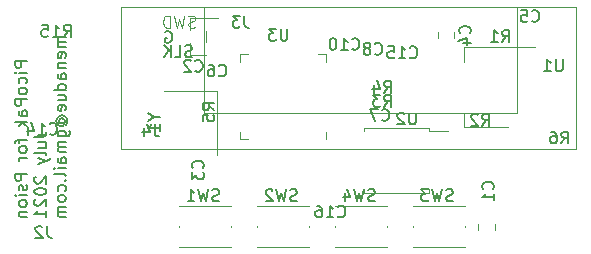
<source format=gbr>
G04 #@! TF.GenerationSoftware,KiCad,Pcbnew,5.1.5+dfsg1-2build2*
G04 #@! TF.CreationDate,2021-07-26T09:56:11+01:00*
G04 #@! TF.ProjectId,picopak,7069636f-7061-46b2-9e6b-696361645f70,rev?*
G04 #@! TF.SameCoordinates,Original*
G04 #@! TF.FileFunction,Legend,Bot*
G04 #@! TF.FilePolarity,Positive*
%FSLAX46Y46*%
G04 Gerber Fmt 4.6, Leading zero omitted, Abs format (unit mm)*
G04 Created by KiCad (PCBNEW 5.1.5+dfsg1-2build2) date 2021-07-26 09:56:11*
%MOMM*%
%LPD*%
G04 APERTURE LIST*
%ADD10C,0.150000*%
%ADD11C,0.100000*%
%ADD12C,0.120000*%
G04 APERTURE END LIST*
D10*
X163302380Y-73773928D02*
X162302380Y-73773928D01*
X162302380Y-74154880D01*
X162350000Y-74250119D01*
X162397619Y-74297738D01*
X162492857Y-74345357D01*
X162635714Y-74345357D01*
X162730952Y-74297738D01*
X162778571Y-74250119D01*
X162826190Y-74154880D01*
X162826190Y-73773928D01*
X163302380Y-74773928D02*
X162635714Y-74773928D01*
X162302380Y-74773928D02*
X162350000Y-74726309D01*
X162397619Y-74773928D01*
X162350000Y-74821547D01*
X162302380Y-74773928D01*
X162397619Y-74773928D01*
X163254761Y-75678690D02*
X163302380Y-75583452D01*
X163302380Y-75392976D01*
X163254761Y-75297738D01*
X163207142Y-75250119D01*
X163111904Y-75202500D01*
X162826190Y-75202500D01*
X162730952Y-75250119D01*
X162683333Y-75297738D01*
X162635714Y-75392976D01*
X162635714Y-75583452D01*
X162683333Y-75678690D01*
X163302380Y-76250119D02*
X163254761Y-76154880D01*
X163207142Y-76107261D01*
X163111904Y-76059642D01*
X162826190Y-76059642D01*
X162730952Y-76107261D01*
X162683333Y-76154880D01*
X162635714Y-76250119D01*
X162635714Y-76392976D01*
X162683333Y-76488214D01*
X162730952Y-76535833D01*
X162826190Y-76583452D01*
X163111904Y-76583452D01*
X163207142Y-76535833D01*
X163254761Y-76488214D01*
X163302380Y-76392976D01*
X163302380Y-76250119D01*
X163302380Y-77012023D02*
X162302380Y-77012023D01*
X162302380Y-77392976D01*
X162350000Y-77488214D01*
X162397619Y-77535833D01*
X162492857Y-77583452D01*
X162635714Y-77583452D01*
X162730952Y-77535833D01*
X162778571Y-77488214D01*
X162826190Y-77392976D01*
X162826190Y-77012023D01*
X163302380Y-78440595D02*
X162778571Y-78440595D01*
X162683333Y-78392976D01*
X162635714Y-78297738D01*
X162635714Y-78107261D01*
X162683333Y-78012023D01*
X163254761Y-78440595D02*
X163302380Y-78345357D01*
X163302380Y-78107261D01*
X163254761Y-78012023D01*
X163159523Y-77964404D01*
X163064285Y-77964404D01*
X162969047Y-78012023D01*
X162921428Y-78107261D01*
X162921428Y-78345357D01*
X162873809Y-78440595D01*
X163302380Y-78916785D02*
X162302380Y-78916785D01*
X162921428Y-79012023D02*
X163302380Y-79297738D01*
X162635714Y-79297738D02*
X163016666Y-78916785D01*
X162635714Y-80345357D02*
X162635714Y-80726309D01*
X163302380Y-80488214D02*
X162445238Y-80488214D01*
X162350000Y-80535833D01*
X162302380Y-80631071D01*
X162302380Y-80726309D01*
X163302380Y-81202500D02*
X163254761Y-81107261D01*
X163207142Y-81059642D01*
X163111904Y-81012023D01*
X162826190Y-81012023D01*
X162730952Y-81059642D01*
X162683333Y-81107261D01*
X162635714Y-81202500D01*
X162635714Y-81345357D01*
X162683333Y-81440595D01*
X162730952Y-81488214D01*
X162826190Y-81535833D01*
X163111904Y-81535833D01*
X163207142Y-81488214D01*
X163254761Y-81440595D01*
X163302380Y-81345357D01*
X163302380Y-81202500D01*
X163302380Y-81964404D02*
X162635714Y-81964404D01*
X162826190Y-81964404D02*
X162730952Y-82012023D01*
X162683333Y-82059642D01*
X162635714Y-82154880D01*
X162635714Y-82250119D01*
X163302380Y-83345357D02*
X162302380Y-83345357D01*
X162302380Y-83726309D01*
X162350000Y-83821547D01*
X162397619Y-83869166D01*
X162492857Y-83916785D01*
X162635714Y-83916785D01*
X162730952Y-83869166D01*
X162778571Y-83821547D01*
X162826190Y-83726309D01*
X162826190Y-83345357D01*
X163254761Y-84297738D02*
X163302380Y-84392976D01*
X163302380Y-84583452D01*
X163254761Y-84678690D01*
X163159523Y-84726309D01*
X163111904Y-84726309D01*
X163016666Y-84678690D01*
X162969047Y-84583452D01*
X162969047Y-84440595D01*
X162921428Y-84345357D01*
X162826190Y-84297738D01*
X162778571Y-84297738D01*
X162683333Y-84345357D01*
X162635714Y-84440595D01*
X162635714Y-84583452D01*
X162683333Y-84678690D01*
X163302380Y-85154880D02*
X162635714Y-85154880D01*
X162302380Y-85154880D02*
X162350000Y-85107261D01*
X162397619Y-85154880D01*
X162350000Y-85202500D01*
X162302380Y-85154880D01*
X162397619Y-85154880D01*
X163302380Y-85773928D02*
X163254761Y-85678690D01*
X163207142Y-85631071D01*
X163111904Y-85583452D01*
X162826190Y-85583452D01*
X162730952Y-85631071D01*
X162683333Y-85678690D01*
X162635714Y-85773928D01*
X162635714Y-85916785D01*
X162683333Y-86012023D01*
X162730952Y-86059642D01*
X162826190Y-86107261D01*
X163111904Y-86107261D01*
X163207142Y-86059642D01*
X163254761Y-86012023D01*
X163302380Y-85916785D01*
X163302380Y-85773928D01*
X162635714Y-86535833D02*
X163302380Y-86535833D01*
X162730952Y-86535833D02*
X162683333Y-86583452D01*
X162635714Y-86678690D01*
X162635714Y-86821547D01*
X162683333Y-86916785D01*
X162778571Y-86964404D01*
X163302380Y-86964404D01*
X163952380Y-80202500D02*
X164666666Y-80202500D01*
X164809523Y-80154880D01*
X164904761Y-80059642D01*
X164952380Y-79916785D01*
X164952380Y-79821547D01*
X164285714Y-81107261D02*
X164952380Y-81107261D01*
X164285714Y-80678690D02*
X164809523Y-80678690D01*
X164904761Y-80726309D01*
X164952380Y-80821547D01*
X164952380Y-80964404D01*
X164904761Y-81059642D01*
X164857142Y-81107261D01*
X164952380Y-81726309D02*
X164904761Y-81631071D01*
X164809523Y-81583452D01*
X163952380Y-81583452D01*
X164285714Y-82012023D02*
X164952380Y-82250119D01*
X164285714Y-82488214D02*
X164952380Y-82250119D01*
X165190476Y-82154880D01*
X165238095Y-82107261D01*
X165285714Y-82012023D01*
X164047619Y-83583452D02*
X164000000Y-83631071D01*
X163952380Y-83726309D01*
X163952380Y-83964404D01*
X164000000Y-84059642D01*
X164047619Y-84107261D01*
X164142857Y-84154880D01*
X164238095Y-84154880D01*
X164380952Y-84107261D01*
X164952380Y-83535833D01*
X164952380Y-84154880D01*
X163952380Y-84773928D02*
X163952380Y-84869166D01*
X164000000Y-84964404D01*
X164047619Y-85012023D01*
X164142857Y-85059642D01*
X164333333Y-85107261D01*
X164571428Y-85107261D01*
X164761904Y-85059642D01*
X164857142Y-85012023D01*
X164904761Y-84964404D01*
X164952380Y-84869166D01*
X164952380Y-84773928D01*
X164904761Y-84678690D01*
X164857142Y-84631071D01*
X164761904Y-84583452D01*
X164571428Y-84535833D01*
X164333333Y-84535833D01*
X164142857Y-84583452D01*
X164047619Y-84631071D01*
X164000000Y-84678690D01*
X163952380Y-84773928D01*
X164047619Y-85488214D02*
X164000000Y-85535833D01*
X163952380Y-85631071D01*
X163952380Y-85869166D01*
X164000000Y-85964404D01*
X164047619Y-86012023D01*
X164142857Y-86059642D01*
X164238095Y-86059642D01*
X164380952Y-86012023D01*
X164952380Y-85440595D01*
X164952380Y-86059642D01*
X164952380Y-87012023D02*
X164952380Y-86440595D01*
X164952380Y-86726309D02*
X163952380Y-86726309D01*
X164095238Y-86631071D01*
X164190476Y-86535833D01*
X164238095Y-86440595D01*
X166602380Y-71773928D02*
X165935714Y-71773928D01*
X166030952Y-71773928D02*
X165983333Y-71821547D01*
X165935714Y-71916785D01*
X165935714Y-72059642D01*
X165983333Y-72154880D01*
X166078571Y-72202500D01*
X166602380Y-72202500D01*
X166078571Y-72202500D02*
X165983333Y-72250119D01*
X165935714Y-72345357D01*
X165935714Y-72488214D01*
X165983333Y-72583452D01*
X166078571Y-72631071D01*
X166602380Y-72631071D01*
X166554761Y-73488214D02*
X166602380Y-73392976D01*
X166602380Y-73202500D01*
X166554761Y-73107261D01*
X166459523Y-73059642D01*
X166078571Y-73059642D01*
X165983333Y-73107261D01*
X165935714Y-73202500D01*
X165935714Y-73392976D01*
X165983333Y-73488214D01*
X166078571Y-73535833D01*
X166173809Y-73535833D01*
X166269047Y-73059642D01*
X165935714Y-73964404D02*
X166602380Y-73964404D01*
X166030952Y-73964404D02*
X165983333Y-74012023D01*
X165935714Y-74107261D01*
X165935714Y-74250119D01*
X165983333Y-74345357D01*
X166078571Y-74392976D01*
X166602380Y-74392976D01*
X166602380Y-75297738D02*
X166078571Y-75297738D01*
X165983333Y-75250119D01*
X165935714Y-75154880D01*
X165935714Y-74964404D01*
X165983333Y-74869166D01*
X166554761Y-75297738D02*
X166602380Y-75202500D01*
X166602380Y-74964404D01*
X166554761Y-74869166D01*
X166459523Y-74821547D01*
X166364285Y-74821547D01*
X166269047Y-74869166D01*
X166221428Y-74964404D01*
X166221428Y-75202500D01*
X166173809Y-75297738D01*
X166602380Y-76202500D02*
X165602380Y-76202500D01*
X166554761Y-76202500D02*
X166602380Y-76107261D01*
X166602380Y-75916785D01*
X166554761Y-75821547D01*
X166507142Y-75773928D01*
X166411904Y-75726309D01*
X166126190Y-75726309D01*
X166030952Y-75773928D01*
X165983333Y-75821547D01*
X165935714Y-75916785D01*
X165935714Y-76107261D01*
X165983333Y-76202500D01*
X165935714Y-77107261D02*
X166602380Y-77107261D01*
X165935714Y-76678690D02*
X166459523Y-76678690D01*
X166554761Y-76726309D01*
X166602380Y-76821547D01*
X166602380Y-76964404D01*
X166554761Y-77059642D01*
X166507142Y-77107261D01*
X166554761Y-77964404D02*
X166602380Y-77869166D01*
X166602380Y-77678690D01*
X166554761Y-77583452D01*
X166459523Y-77535833D01*
X166078571Y-77535833D01*
X165983333Y-77583452D01*
X165935714Y-77678690D01*
X165935714Y-77869166D01*
X165983333Y-77964404D01*
X166078571Y-78012023D01*
X166173809Y-78012023D01*
X166269047Y-77535833D01*
X166126190Y-79059642D02*
X166078571Y-79012023D01*
X166030952Y-78916785D01*
X166030952Y-78821547D01*
X166078571Y-78726309D01*
X166126190Y-78678690D01*
X166221428Y-78631071D01*
X166316666Y-78631071D01*
X166411904Y-78678690D01*
X166459523Y-78726309D01*
X166507142Y-78821547D01*
X166507142Y-78916785D01*
X166459523Y-79012023D01*
X166411904Y-79059642D01*
X166030952Y-79059642D02*
X166411904Y-79059642D01*
X166459523Y-79107261D01*
X166459523Y-79154880D01*
X166411904Y-79250119D01*
X166316666Y-79297738D01*
X166078571Y-79297738D01*
X165935714Y-79202500D01*
X165840476Y-79059642D01*
X165792857Y-78869166D01*
X165840476Y-78678690D01*
X165935714Y-78535833D01*
X166078571Y-78440595D01*
X166269047Y-78392976D01*
X166459523Y-78440595D01*
X166602380Y-78535833D01*
X166697619Y-78678690D01*
X166745238Y-78869166D01*
X166697619Y-79059642D01*
X166602380Y-79202500D01*
X165935714Y-80154880D02*
X166745238Y-80154880D01*
X166840476Y-80107261D01*
X166888095Y-80059642D01*
X166935714Y-79964404D01*
X166935714Y-79821547D01*
X166888095Y-79726309D01*
X166554761Y-80154880D02*
X166602380Y-80059642D01*
X166602380Y-79869166D01*
X166554761Y-79773928D01*
X166507142Y-79726309D01*
X166411904Y-79678690D01*
X166126190Y-79678690D01*
X166030952Y-79726309D01*
X165983333Y-79773928D01*
X165935714Y-79869166D01*
X165935714Y-80059642D01*
X165983333Y-80154880D01*
X166602380Y-80631071D02*
X165935714Y-80631071D01*
X166030952Y-80631071D02*
X165983333Y-80678690D01*
X165935714Y-80773928D01*
X165935714Y-80916785D01*
X165983333Y-81012023D01*
X166078571Y-81059642D01*
X166602380Y-81059642D01*
X166078571Y-81059642D02*
X165983333Y-81107261D01*
X165935714Y-81202500D01*
X165935714Y-81345357D01*
X165983333Y-81440595D01*
X166078571Y-81488214D01*
X166602380Y-81488214D01*
X166602380Y-82392976D02*
X166078571Y-82392976D01*
X165983333Y-82345357D01*
X165935714Y-82250119D01*
X165935714Y-82059642D01*
X165983333Y-81964404D01*
X166554761Y-82392976D02*
X166602380Y-82297738D01*
X166602380Y-82059642D01*
X166554761Y-81964404D01*
X166459523Y-81916785D01*
X166364285Y-81916785D01*
X166269047Y-81964404D01*
X166221428Y-82059642D01*
X166221428Y-82297738D01*
X166173809Y-82392976D01*
X166602380Y-82869166D02*
X165935714Y-82869166D01*
X165602380Y-82869166D02*
X165650000Y-82821547D01*
X165697619Y-82869166D01*
X165650000Y-82916785D01*
X165602380Y-82869166D01*
X165697619Y-82869166D01*
X166602380Y-83488214D02*
X166554761Y-83392976D01*
X166459523Y-83345357D01*
X165602380Y-83345357D01*
X166507142Y-83869166D02*
X166554761Y-83916785D01*
X166602380Y-83869166D01*
X166554761Y-83821547D01*
X166507142Y-83869166D01*
X166602380Y-83869166D01*
X166554761Y-84773928D02*
X166602380Y-84678690D01*
X166602380Y-84488214D01*
X166554761Y-84392976D01*
X166507142Y-84345357D01*
X166411904Y-84297738D01*
X166126190Y-84297738D01*
X166030952Y-84345357D01*
X165983333Y-84392976D01*
X165935714Y-84488214D01*
X165935714Y-84678690D01*
X165983333Y-84773928D01*
X166602380Y-85345357D02*
X166554761Y-85250119D01*
X166507142Y-85202500D01*
X166411904Y-85154880D01*
X166126190Y-85154880D01*
X166030952Y-85202500D01*
X165983333Y-85250119D01*
X165935714Y-85345357D01*
X165935714Y-85488214D01*
X165983333Y-85583452D01*
X166030952Y-85631071D01*
X166126190Y-85678690D01*
X166411904Y-85678690D01*
X166507142Y-85631071D01*
X166554761Y-85583452D01*
X166602380Y-85488214D01*
X166602380Y-85345357D01*
X166602380Y-86107261D02*
X165935714Y-86107261D01*
X166030952Y-86107261D02*
X165983333Y-86154880D01*
X165935714Y-86250119D01*
X165935714Y-86392976D01*
X165983333Y-86488214D01*
X166078571Y-86535833D01*
X166602380Y-86535833D01*
X166078571Y-86535833D02*
X165983333Y-86583452D01*
X165935714Y-86678690D01*
X165935714Y-86821547D01*
X165983333Y-86916785D01*
X166078571Y-86964404D01*
X166602380Y-86964404D01*
X177290476Y-73404761D02*
X177147619Y-73452380D01*
X176909523Y-73452380D01*
X176814285Y-73404761D01*
X176766666Y-73357142D01*
X176719047Y-73261904D01*
X176719047Y-73166666D01*
X176766666Y-73071428D01*
X176814285Y-73023809D01*
X176909523Y-72976190D01*
X177100000Y-72928571D01*
X177195238Y-72880952D01*
X177242857Y-72833333D01*
X177290476Y-72738095D01*
X177290476Y-72642857D01*
X177242857Y-72547619D01*
X177195238Y-72500000D01*
X177100000Y-72452380D01*
X176861904Y-72452380D01*
X176719047Y-72500000D01*
X175814285Y-73452380D02*
X176290476Y-73452380D01*
X176290476Y-72452380D01*
X175480952Y-73452380D02*
X175480952Y-72452380D01*
X174909523Y-73452380D02*
X175338095Y-72880952D01*
X174909523Y-72452380D02*
X175480952Y-73023809D01*
X175038095Y-71300000D02*
X175133333Y-71252380D01*
X175276190Y-71252380D01*
X175419047Y-71300000D01*
X175514285Y-71395238D01*
X175561904Y-71490476D01*
X175609523Y-71680952D01*
X175609523Y-71823809D01*
X175561904Y-72014285D01*
X175514285Y-72109523D01*
X175419047Y-72204761D01*
X175276190Y-72252380D01*
X175180952Y-72252380D01*
X175038095Y-72204761D01*
X174990476Y-72157142D01*
X174990476Y-71823809D01*
X175180952Y-71823809D01*
D11*
X177557142Y-70904761D02*
X177414285Y-70952380D01*
X177176190Y-70952380D01*
X177080952Y-70904761D01*
X177033333Y-70857142D01*
X176985714Y-70761904D01*
X176985714Y-70666666D01*
X177033333Y-70571428D01*
X177080952Y-70523809D01*
X177176190Y-70476190D01*
X177366666Y-70428571D01*
X177461904Y-70380952D01*
X177509523Y-70333333D01*
X177557142Y-70238095D01*
X177557142Y-70142857D01*
X177509523Y-70047619D01*
X177461904Y-70000000D01*
X177366666Y-69952380D01*
X177128571Y-69952380D01*
X176985714Y-70000000D01*
X176652380Y-69952380D02*
X176414285Y-70952380D01*
X176223809Y-70238095D01*
X176033333Y-70952380D01*
X175795238Y-69952380D01*
X175414285Y-70952380D02*
X175414285Y-69952380D01*
X175176190Y-69952380D01*
X175033333Y-70000000D01*
X174938095Y-70095238D01*
X174890476Y-70190476D01*
X174842857Y-70380952D01*
X174842857Y-70523809D01*
X174890476Y-70714285D01*
X174938095Y-70809523D01*
X175033333Y-70904761D01*
X175176190Y-70952380D01*
X175414285Y-70952380D01*
D12*
X188610000Y-73840000D02*
X188610000Y-73190000D01*
X188610000Y-73190000D02*
X187960000Y-73190000D01*
X181390000Y-79760000D02*
X181390000Y-80410000D01*
X181390000Y-80410000D02*
X182040000Y-80410000D01*
X181390000Y-73840000D02*
X181390000Y-73190000D01*
X181390000Y-73190000D02*
X182040000Y-73190000D01*
X188610000Y-79760000D02*
X188610000Y-80410000D01*
X179400000Y-76300000D02*
X179400000Y-81700000D01*
X174900000Y-76300000D02*
X179400000Y-76300000D01*
X204800000Y-69200000D02*
X204800000Y-69700000D01*
X209800000Y-69200000D02*
X204800000Y-69200000D01*
X178300000Y-69200000D02*
X178300000Y-78200000D01*
X204800000Y-69200000D02*
X178300000Y-69200000D01*
X204800000Y-78200000D02*
X204800000Y-69200000D01*
X178300000Y-78200000D02*
X204800000Y-78200000D01*
X171300000Y-81200000D02*
X209800000Y-81200000D01*
X171300000Y-69200000D02*
X171300000Y-81200000D01*
X209800000Y-69200000D02*
X171300000Y-69200000D01*
X209800000Y-81200000D02*
X209800000Y-69200000D01*
X193800000Y-87850000D02*
X193800000Y-87750000D01*
X189400000Y-86050000D02*
X193800000Y-86050000D01*
X193800000Y-89550000D02*
X189400000Y-89550000D01*
X189400000Y-87850000D02*
X189400000Y-87750000D01*
X200400000Y-87850000D02*
X200400000Y-87750000D01*
X196000000Y-86050000D02*
X200400000Y-86050000D01*
X200400000Y-89550000D02*
X196000000Y-89550000D01*
X196000000Y-87850000D02*
X196000000Y-87750000D01*
X187200000Y-87850000D02*
X187200000Y-87750000D01*
X182800000Y-86050000D02*
X187200000Y-86050000D01*
X187200000Y-89550000D02*
X182800000Y-89550000D01*
X182800000Y-87850000D02*
X182800000Y-87750000D01*
X180600000Y-87850000D02*
X180600000Y-87750000D01*
X176200000Y-86050000D02*
X180600000Y-86050000D01*
X180600000Y-89550000D02*
X176200000Y-89550000D01*
X176200000Y-87850000D02*
X176200000Y-87750000D01*
X178495000Y-71260000D02*
X178495000Y-72140000D01*
X177105000Y-72260000D02*
X177105000Y-73260000D01*
X177105000Y-70140000D02*
X177105000Y-71140000D01*
X177105000Y-73260000D02*
X177105000Y-73260000D01*
X178495000Y-70140000D02*
X178495000Y-70140000D01*
X178495000Y-70140000D02*
X179490000Y-70140000D01*
X178495000Y-73260000D02*
X177105000Y-73260000D01*
X178495000Y-70140000D02*
X177105000Y-70140000D01*
X197325000Y-79735000D02*
X199000000Y-79735000D01*
X197325000Y-79475000D02*
X197325000Y-79735000D01*
X194600000Y-79475000D02*
X197325000Y-79475000D01*
X191875000Y-79475000D02*
X191875000Y-79735000D01*
X194600000Y-79475000D02*
X191875000Y-79475000D01*
X197325000Y-84925000D02*
X197325000Y-84665000D01*
X194600000Y-84925000D02*
X197325000Y-84925000D01*
X191875000Y-84925000D02*
X191875000Y-84665000D01*
X194600000Y-84925000D02*
X191875000Y-84925000D01*
X206300000Y-72590000D02*
X200290000Y-72590000D01*
X204050000Y-79410000D02*
X200290000Y-79410000D01*
X200290000Y-72590000D02*
X200290000Y-73850000D01*
X200290000Y-79410000D02*
X200290000Y-78150000D01*
X198090000Y-71858578D02*
X198090000Y-71341422D01*
X199510000Y-71858578D02*
X199510000Y-71341422D01*
X202910000Y-87541422D02*
X202910000Y-88058578D01*
X201490000Y-87541422D02*
X201490000Y-88058578D01*
D10*
X208566666Y-80752380D02*
X208900000Y-80276190D01*
X209138095Y-80752380D02*
X209138095Y-79752380D01*
X208757142Y-79752380D01*
X208661904Y-79800000D01*
X208614285Y-79847619D01*
X208566666Y-79942857D01*
X208566666Y-80085714D01*
X208614285Y-80180952D01*
X208661904Y-80228571D01*
X208757142Y-80276190D01*
X209138095Y-80276190D01*
X207709523Y-79752380D02*
X207900000Y-79752380D01*
X207995238Y-79800000D01*
X208042857Y-79847619D01*
X208138095Y-79990476D01*
X208185714Y-80180952D01*
X208185714Y-80561904D01*
X208138095Y-80657142D01*
X208090476Y-80704761D01*
X207995238Y-80752380D01*
X207804761Y-80752380D01*
X207709523Y-80704761D01*
X207661904Y-80657142D01*
X207614285Y-80561904D01*
X207614285Y-80323809D01*
X207661904Y-80228571D01*
X207709523Y-80180952D01*
X207804761Y-80133333D01*
X207995238Y-80133333D01*
X208090476Y-80180952D01*
X208138095Y-80228571D01*
X208185714Y-80323809D01*
X166442857Y-71722380D02*
X166776190Y-71246190D01*
X167014285Y-71722380D02*
X167014285Y-70722380D01*
X166633333Y-70722380D01*
X166538095Y-70770000D01*
X166490476Y-70817619D01*
X166442857Y-70912857D01*
X166442857Y-71055714D01*
X166490476Y-71150952D01*
X166538095Y-71198571D01*
X166633333Y-71246190D01*
X167014285Y-71246190D01*
X165490476Y-71722380D02*
X166061904Y-71722380D01*
X165776190Y-71722380D02*
X165776190Y-70722380D01*
X165871428Y-70865238D01*
X165966666Y-70960476D01*
X166061904Y-71008095D01*
X164585714Y-70722380D02*
X165061904Y-70722380D01*
X165109523Y-71198571D01*
X165061904Y-71150952D01*
X164966666Y-71103333D01*
X164728571Y-71103333D01*
X164633333Y-71150952D01*
X164585714Y-71198571D01*
X164538095Y-71293809D01*
X164538095Y-71531904D01*
X164585714Y-71627142D01*
X164633333Y-71674761D01*
X164728571Y-71722380D01*
X164966666Y-71722380D01*
X165061904Y-71674761D01*
X165109523Y-71627142D01*
X203566666Y-72152380D02*
X203900000Y-71676190D01*
X204138095Y-72152380D02*
X204138095Y-71152380D01*
X203757142Y-71152380D01*
X203661904Y-71200000D01*
X203614285Y-71247619D01*
X203566666Y-71342857D01*
X203566666Y-71485714D01*
X203614285Y-71580952D01*
X203661904Y-71628571D01*
X203757142Y-71676190D01*
X204138095Y-71676190D01*
X202614285Y-72152380D02*
X203185714Y-72152380D01*
X202900000Y-72152380D02*
X202900000Y-71152380D01*
X202995238Y-71295238D01*
X203090476Y-71390476D01*
X203185714Y-71438095D01*
X185361904Y-71052380D02*
X185361904Y-71861904D01*
X185314285Y-71957142D01*
X185266666Y-72004761D01*
X185171428Y-72052380D01*
X184980952Y-72052380D01*
X184885714Y-72004761D01*
X184838095Y-71957142D01*
X184790476Y-71861904D01*
X184790476Y-71052380D01*
X184409523Y-71052380D02*
X183790476Y-71052380D01*
X184123809Y-71433333D01*
X183980952Y-71433333D01*
X183885714Y-71480952D01*
X183838095Y-71528571D01*
X183790476Y-71623809D01*
X183790476Y-71861904D01*
X183838095Y-71957142D01*
X183885714Y-72004761D01*
X183980952Y-72052380D01*
X184266666Y-72052380D01*
X184361904Y-72004761D01*
X184409523Y-71957142D01*
X174076190Y-78523809D02*
X174552380Y-78523809D01*
X173552380Y-78190476D02*
X174076190Y-78523809D01*
X173552380Y-78857142D01*
X174552380Y-79714285D02*
X174552380Y-79142857D01*
X174552380Y-79428571D02*
X173552380Y-79428571D01*
X173695238Y-79333333D01*
X173790476Y-79238095D01*
X173838095Y-79142857D01*
X174133333Y-79152380D02*
X174133333Y-79866666D01*
X174180952Y-80009523D01*
X174276190Y-80104761D01*
X174419047Y-80152380D01*
X174514285Y-80152380D01*
X173228571Y-79485714D02*
X173228571Y-80152380D01*
X173466666Y-79104761D02*
X173704761Y-79819047D01*
X173085714Y-79819047D01*
X192783333Y-85604761D02*
X192640476Y-85652380D01*
X192402380Y-85652380D01*
X192307142Y-85604761D01*
X192259523Y-85557142D01*
X192211904Y-85461904D01*
X192211904Y-85366666D01*
X192259523Y-85271428D01*
X192307142Y-85223809D01*
X192402380Y-85176190D01*
X192592857Y-85128571D01*
X192688095Y-85080952D01*
X192735714Y-85033333D01*
X192783333Y-84938095D01*
X192783333Y-84842857D01*
X192735714Y-84747619D01*
X192688095Y-84700000D01*
X192592857Y-84652380D01*
X192354761Y-84652380D01*
X192211904Y-84700000D01*
X191878571Y-84652380D02*
X191640476Y-85652380D01*
X191450000Y-84938095D01*
X191259523Y-85652380D01*
X191021428Y-84652380D01*
X190211904Y-84985714D02*
X190211904Y-85652380D01*
X190450000Y-84604761D02*
X190688095Y-85319047D01*
X190069047Y-85319047D01*
X199383333Y-85604761D02*
X199240476Y-85652380D01*
X199002380Y-85652380D01*
X198907142Y-85604761D01*
X198859523Y-85557142D01*
X198811904Y-85461904D01*
X198811904Y-85366666D01*
X198859523Y-85271428D01*
X198907142Y-85223809D01*
X199002380Y-85176190D01*
X199192857Y-85128571D01*
X199288095Y-85080952D01*
X199335714Y-85033333D01*
X199383333Y-84938095D01*
X199383333Y-84842857D01*
X199335714Y-84747619D01*
X199288095Y-84700000D01*
X199192857Y-84652380D01*
X198954761Y-84652380D01*
X198811904Y-84700000D01*
X198478571Y-84652380D02*
X198240476Y-85652380D01*
X198050000Y-84938095D01*
X197859523Y-85652380D01*
X197621428Y-84652380D01*
X197335714Y-84652380D02*
X196716666Y-84652380D01*
X197050000Y-85033333D01*
X196907142Y-85033333D01*
X196811904Y-85080952D01*
X196764285Y-85128571D01*
X196716666Y-85223809D01*
X196716666Y-85461904D01*
X196764285Y-85557142D01*
X196811904Y-85604761D01*
X196907142Y-85652380D01*
X197192857Y-85652380D01*
X197288095Y-85604761D01*
X197335714Y-85557142D01*
X186183333Y-85604761D02*
X186040476Y-85652380D01*
X185802380Y-85652380D01*
X185707142Y-85604761D01*
X185659523Y-85557142D01*
X185611904Y-85461904D01*
X185611904Y-85366666D01*
X185659523Y-85271428D01*
X185707142Y-85223809D01*
X185802380Y-85176190D01*
X185992857Y-85128571D01*
X186088095Y-85080952D01*
X186135714Y-85033333D01*
X186183333Y-84938095D01*
X186183333Y-84842857D01*
X186135714Y-84747619D01*
X186088095Y-84700000D01*
X185992857Y-84652380D01*
X185754761Y-84652380D01*
X185611904Y-84700000D01*
X185278571Y-84652380D02*
X185040476Y-85652380D01*
X184850000Y-84938095D01*
X184659523Y-85652380D01*
X184421428Y-84652380D01*
X184088095Y-84747619D02*
X184040476Y-84700000D01*
X183945238Y-84652380D01*
X183707142Y-84652380D01*
X183611904Y-84700000D01*
X183564285Y-84747619D01*
X183516666Y-84842857D01*
X183516666Y-84938095D01*
X183564285Y-85080952D01*
X184135714Y-85652380D01*
X183516666Y-85652380D01*
X179583333Y-85604761D02*
X179440476Y-85652380D01*
X179202380Y-85652380D01*
X179107142Y-85604761D01*
X179059523Y-85557142D01*
X179011904Y-85461904D01*
X179011904Y-85366666D01*
X179059523Y-85271428D01*
X179107142Y-85223809D01*
X179202380Y-85176190D01*
X179392857Y-85128571D01*
X179488095Y-85080952D01*
X179535714Y-85033333D01*
X179583333Y-84938095D01*
X179583333Y-84842857D01*
X179535714Y-84747619D01*
X179488095Y-84700000D01*
X179392857Y-84652380D01*
X179154761Y-84652380D01*
X179011904Y-84700000D01*
X178678571Y-84652380D02*
X178440476Y-85652380D01*
X178250000Y-84938095D01*
X178059523Y-85652380D01*
X177821428Y-84652380D01*
X176916666Y-85652380D02*
X177488095Y-85652380D01*
X177202380Y-85652380D02*
X177202380Y-84652380D01*
X177297619Y-84795238D01*
X177392857Y-84890476D01*
X177488095Y-84938095D01*
X165033333Y-87752380D02*
X165033333Y-88466666D01*
X165080952Y-88609523D01*
X165176190Y-88704761D01*
X165319047Y-88752380D01*
X165414285Y-88752380D01*
X164604761Y-87847619D02*
X164557142Y-87800000D01*
X164461904Y-87752380D01*
X164223809Y-87752380D01*
X164128571Y-87800000D01*
X164080952Y-87847619D01*
X164033333Y-87942857D01*
X164033333Y-88038095D01*
X164080952Y-88180952D01*
X164652380Y-88752380D01*
X164033333Y-88752380D01*
X181733333Y-69952380D02*
X181733333Y-70666666D01*
X181780952Y-70809523D01*
X181876190Y-70904761D01*
X182019047Y-70952380D01*
X182114285Y-70952380D01*
X181352380Y-69952380D02*
X180733333Y-69952380D01*
X181066666Y-70333333D01*
X180923809Y-70333333D01*
X180828571Y-70380952D01*
X180780952Y-70428571D01*
X180733333Y-70523809D01*
X180733333Y-70761904D01*
X180780952Y-70857142D01*
X180828571Y-70904761D01*
X180923809Y-70952380D01*
X181209523Y-70952380D01*
X181304761Y-70904761D01*
X181352380Y-70857142D01*
X196261904Y-78152380D02*
X196261904Y-78961904D01*
X196214285Y-79057142D01*
X196166666Y-79104761D01*
X196071428Y-79152380D01*
X195880952Y-79152380D01*
X195785714Y-79104761D01*
X195738095Y-79057142D01*
X195690476Y-78961904D01*
X195690476Y-78152380D01*
X195261904Y-78247619D02*
X195214285Y-78200000D01*
X195119047Y-78152380D01*
X194880952Y-78152380D01*
X194785714Y-78200000D01*
X194738095Y-78247619D01*
X194690476Y-78342857D01*
X194690476Y-78438095D01*
X194738095Y-78580952D01*
X195309523Y-79152380D01*
X194690476Y-79152380D01*
X208661904Y-73652380D02*
X208661904Y-74461904D01*
X208614285Y-74557142D01*
X208566666Y-74604761D01*
X208471428Y-74652380D01*
X208280952Y-74652380D01*
X208185714Y-74604761D01*
X208138095Y-74557142D01*
X208090476Y-74461904D01*
X208090476Y-73652380D01*
X207090476Y-74652380D02*
X207661904Y-74652380D01*
X207376190Y-74652380D02*
X207376190Y-73652380D01*
X207471428Y-73795238D01*
X207566666Y-73890476D01*
X207661904Y-73938095D01*
X179182380Y-77948333D02*
X178706190Y-77615000D01*
X179182380Y-77376904D02*
X178182380Y-77376904D01*
X178182380Y-77757857D01*
X178230000Y-77853095D01*
X178277619Y-77900714D01*
X178372857Y-77948333D01*
X178515714Y-77948333D01*
X178610952Y-77900714D01*
X178658571Y-77853095D01*
X178706190Y-77757857D01*
X178706190Y-77376904D01*
X178182380Y-78853095D02*
X178182380Y-78376904D01*
X178658571Y-78329285D01*
X178610952Y-78376904D01*
X178563333Y-78472142D01*
X178563333Y-78710238D01*
X178610952Y-78805476D01*
X178658571Y-78853095D01*
X178753809Y-78900714D01*
X178991904Y-78900714D01*
X179087142Y-78853095D01*
X179134761Y-78805476D01*
X179182380Y-78710238D01*
X179182380Y-78472142D01*
X179134761Y-78376904D01*
X179087142Y-78329285D01*
X193566666Y-76452380D02*
X193900000Y-75976190D01*
X194138095Y-76452380D02*
X194138095Y-75452380D01*
X193757142Y-75452380D01*
X193661904Y-75500000D01*
X193614285Y-75547619D01*
X193566666Y-75642857D01*
X193566666Y-75785714D01*
X193614285Y-75880952D01*
X193661904Y-75928571D01*
X193757142Y-75976190D01*
X194138095Y-75976190D01*
X192709523Y-75785714D02*
X192709523Y-76452380D01*
X192947619Y-75404761D02*
X193185714Y-76119047D01*
X192566666Y-76119047D01*
X193566666Y-77652380D02*
X193900000Y-77176190D01*
X194138095Y-77652380D02*
X194138095Y-76652380D01*
X193757142Y-76652380D01*
X193661904Y-76700000D01*
X193614285Y-76747619D01*
X193566666Y-76842857D01*
X193566666Y-76985714D01*
X193614285Y-77080952D01*
X193661904Y-77128571D01*
X193757142Y-77176190D01*
X194138095Y-77176190D01*
X193233333Y-76652380D02*
X192614285Y-76652380D01*
X192947619Y-77033333D01*
X192804761Y-77033333D01*
X192709523Y-77080952D01*
X192661904Y-77128571D01*
X192614285Y-77223809D01*
X192614285Y-77461904D01*
X192661904Y-77557142D01*
X192709523Y-77604761D01*
X192804761Y-77652380D01*
X193090476Y-77652380D01*
X193185714Y-77604761D01*
X193233333Y-77557142D01*
X201866666Y-79252380D02*
X202200000Y-78776190D01*
X202438095Y-79252380D02*
X202438095Y-78252380D01*
X202057142Y-78252380D01*
X201961904Y-78300000D01*
X201914285Y-78347619D01*
X201866666Y-78442857D01*
X201866666Y-78585714D01*
X201914285Y-78680952D01*
X201961904Y-78728571D01*
X202057142Y-78776190D01*
X202438095Y-78776190D01*
X201485714Y-78347619D02*
X201438095Y-78300000D01*
X201342857Y-78252380D01*
X201104761Y-78252380D01*
X201009523Y-78300000D01*
X200961904Y-78347619D01*
X200914285Y-78442857D01*
X200914285Y-78538095D01*
X200961904Y-78680952D01*
X201533333Y-79252380D01*
X200914285Y-79252380D01*
X189642857Y-86927142D02*
X189690476Y-86974761D01*
X189833333Y-87022380D01*
X189928571Y-87022380D01*
X190071428Y-86974761D01*
X190166666Y-86879523D01*
X190214285Y-86784285D01*
X190261904Y-86593809D01*
X190261904Y-86450952D01*
X190214285Y-86260476D01*
X190166666Y-86165238D01*
X190071428Y-86070000D01*
X189928571Y-86022380D01*
X189833333Y-86022380D01*
X189690476Y-86070000D01*
X189642857Y-86117619D01*
X188690476Y-87022380D02*
X189261904Y-87022380D01*
X188976190Y-87022380D02*
X188976190Y-86022380D01*
X189071428Y-86165238D01*
X189166666Y-86260476D01*
X189261904Y-86308095D01*
X187833333Y-86022380D02*
X188023809Y-86022380D01*
X188119047Y-86070000D01*
X188166666Y-86117619D01*
X188261904Y-86260476D01*
X188309523Y-86450952D01*
X188309523Y-86831904D01*
X188261904Y-86927142D01*
X188214285Y-86974761D01*
X188119047Y-87022380D01*
X187928571Y-87022380D01*
X187833333Y-86974761D01*
X187785714Y-86927142D01*
X187738095Y-86831904D01*
X187738095Y-86593809D01*
X187785714Y-86498571D01*
X187833333Y-86450952D01*
X187928571Y-86403333D01*
X188119047Y-86403333D01*
X188214285Y-86450952D01*
X188261904Y-86498571D01*
X188309523Y-86593809D01*
X195742857Y-73457142D02*
X195790476Y-73504761D01*
X195933333Y-73552380D01*
X196028571Y-73552380D01*
X196171428Y-73504761D01*
X196266666Y-73409523D01*
X196314285Y-73314285D01*
X196361904Y-73123809D01*
X196361904Y-72980952D01*
X196314285Y-72790476D01*
X196266666Y-72695238D01*
X196171428Y-72600000D01*
X196028571Y-72552380D01*
X195933333Y-72552380D01*
X195790476Y-72600000D01*
X195742857Y-72647619D01*
X194790476Y-73552380D02*
X195361904Y-73552380D01*
X195076190Y-73552380D02*
X195076190Y-72552380D01*
X195171428Y-72695238D01*
X195266666Y-72790476D01*
X195361904Y-72838095D01*
X193885714Y-72552380D02*
X194361904Y-72552380D01*
X194409523Y-73028571D01*
X194361904Y-72980952D01*
X194266666Y-72933333D01*
X194028571Y-72933333D01*
X193933333Y-72980952D01*
X193885714Y-73028571D01*
X193838095Y-73123809D01*
X193838095Y-73361904D01*
X193885714Y-73457142D01*
X193933333Y-73504761D01*
X194028571Y-73552380D01*
X194266666Y-73552380D01*
X194361904Y-73504761D01*
X194409523Y-73457142D01*
X165242857Y-79927142D02*
X165290476Y-79974761D01*
X165433333Y-80022380D01*
X165528571Y-80022380D01*
X165671428Y-79974761D01*
X165766666Y-79879523D01*
X165814285Y-79784285D01*
X165861904Y-79593809D01*
X165861904Y-79450952D01*
X165814285Y-79260476D01*
X165766666Y-79165238D01*
X165671428Y-79070000D01*
X165528571Y-79022380D01*
X165433333Y-79022380D01*
X165290476Y-79070000D01*
X165242857Y-79117619D01*
X164290476Y-80022380D02*
X164861904Y-80022380D01*
X164576190Y-80022380D02*
X164576190Y-79022380D01*
X164671428Y-79165238D01*
X164766666Y-79260476D01*
X164861904Y-79308095D01*
X163433333Y-79355714D02*
X163433333Y-80022380D01*
X163671428Y-78974761D02*
X163909523Y-79689047D01*
X163290476Y-79689047D01*
X190842857Y-72757142D02*
X190890476Y-72804761D01*
X191033333Y-72852380D01*
X191128571Y-72852380D01*
X191271428Y-72804761D01*
X191366666Y-72709523D01*
X191414285Y-72614285D01*
X191461904Y-72423809D01*
X191461904Y-72280952D01*
X191414285Y-72090476D01*
X191366666Y-71995238D01*
X191271428Y-71900000D01*
X191128571Y-71852380D01*
X191033333Y-71852380D01*
X190890476Y-71900000D01*
X190842857Y-71947619D01*
X189890476Y-72852380D02*
X190461904Y-72852380D01*
X190176190Y-72852380D02*
X190176190Y-71852380D01*
X190271428Y-71995238D01*
X190366666Y-72090476D01*
X190461904Y-72138095D01*
X189271428Y-71852380D02*
X189176190Y-71852380D01*
X189080952Y-71900000D01*
X189033333Y-71947619D01*
X188985714Y-72042857D01*
X188938095Y-72233333D01*
X188938095Y-72471428D01*
X188985714Y-72661904D01*
X189033333Y-72757142D01*
X189080952Y-72804761D01*
X189176190Y-72852380D01*
X189271428Y-72852380D01*
X189366666Y-72804761D01*
X189414285Y-72757142D01*
X189461904Y-72661904D01*
X189509523Y-72471428D01*
X189509523Y-72233333D01*
X189461904Y-72042857D01*
X189414285Y-71947619D01*
X189366666Y-71900000D01*
X189271428Y-71852380D01*
X192766666Y-73157142D02*
X192814285Y-73204761D01*
X192957142Y-73252380D01*
X193052380Y-73252380D01*
X193195238Y-73204761D01*
X193290476Y-73109523D01*
X193338095Y-73014285D01*
X193385714Y-72823809D01*
X193385714Y-72680952D01*
X193338095Y-72490476D01*
X193290476Y-72395238D01*
X193195238Y-72300000D01*
X193052380Y-72252380D01*
X192957142Y-72252380D01*
X192814285Y-72300000D01*
X192766666Y-72347619D01*
X192195238Y-72680952D02*
X192290476Y-72633333D01*
X192338095Y-72585714D01*
X192385714Y-72490476D01*
X192385714Y-72442857D01*
X192338095Y-72347619D01*
X192290476Y-72300000D01*
X192195238Y-72252380D01*
X192004761Y-72252380D01*
X191909523Y-72300000D01*
X191861904Y-72347619D01*
X191814285Y-72442857D01*
X191814285Y-72490476D01*
X191861904Y-72585714D01*
X191909523Y-72633333D01*
X192004761Y-72680952D01*
X192195238Y-72680952D01*
X192290476Y-72728571D01*
X192338095Y-72776190D01*
X192385714Y-72871428D01*
X192385714Y-73061904D01*
X192338095Y-73157142D01*
X192290476Y-73204761D01*
X192195238Y-73252380D01*
X192004761Y-73252380D01*
X191909523Y-73204761D01*
X191861904Y-73157142D01*
X191814285Y-73061904D01*
X191814285Y-72871428D01*
X191861904Y-72776190D01*
X191909523Y-72728571D01*
X192004761Y-72680952D01*
X193366666Y-78757142D02*
X193414285Y-78804761D01*
X193557142Y-78852380D01*
X193652380Y-78852380D01*
X193795238Y-78804761D01*
X193890476Y-78709523D01*
X193938095Y-78614285D01*
X193985714Y-78423809D01*
X193985714Y-78280952D01*
X193938095Y-78090476D01*
X193890476Y-77995238D01*
X193795238Y-77900000D01*
X193652380Y-77852380D01*
X193557142Y-77852380D01*
X193414285Y-77900000D01*
X193366666Y-77947619D01*
X193033333Y-77852380D02*
X192366666Y-77852380D01*
X192795238Y-78852380D01*
X179566666Y-74987142D02*
X179614285Y-75034761D01*
X179757142Y-75082380D01*
X179852380Y-75082380D01*
X179995238Y-75034761D01*
X180090476Y-74939523D01*
X180138095Y-74844285D01*
X180185714Y-74653809D01*
X180185714Y-74510952D01*
X180138095Y-74320476D01*
X180090476Y-74225238D01*
X179995238Y-74130000D01*
X179852380Y-74082380D01*
X179757142Y-74082380D01*
X179614285Y-74130000D01*
X179566666Y-74177619D01*
X178709523Y-74082380D02*
X178900000Y-74082380D01*
X178995238Y-74130000D01*
X179042857Y-74177619D01*
X179138095Y-74320476D01*
X179185714Y-74510952D01*
X179185714Y-74891904D01*
X179138095Y-74987142D01*
X179090476Y-75034761D01*
X178995238Y-75082380D01*
X178804761Y-75082380D01*
X178709523Y-75034761D01*
X178661904Y-74987142D01*
X178614285Y-74891904D01*
X178614285Y-74653809D01*
X178661904Y-74558571D01*
X178709523Y-74510952D01*
X178804761Y-74463333D01*
X178995238Y-74463333D01*
X179090476Y-74510952D01*
X179138095Y-74558571D01*
X179185714Y-74653809D01*
X206066666Y-70387142D02*
X206114285Y-70434761D01*
X206257142Y-70482380D01*
X206352380Y-70482380D01*
X206495238Y-70434761D01*
X206590476Y-70339523D01*
X206638095Y-70244285D01*
X206685714Y-70053809D01*
X206685714Y-69910952D01*
X206638095Y-69720476D01*
X206590476Y-69625238D01*
X206495238Y-69530000D01*
X206352380Y-69482380D01*
X206257142Y-69482380D01*
X206114285Y-69530000D01*
X206066666Y-69577619D01*
X205161904Y-69482380D02*
X205638095Y-69482380D01*
X205685714Y-69958571D01*
X205638095Y-69910952D01*
X205542857Y-69863333D01*
X205304761Y-69863333D01*
X205209523Y-69910952D01*
X205161904Y-69958571D01*
X205114285Y-70053809D01*
X205114285Y-70291904D01*
X205161904Y-70387142D01*
X205209523Y-70434761D01*
X205304761Y-70482380D01*
X205542857Y-70482380D01*
X205638095Y-70434761D01*
X205685714Y-70387142D01*
X200807142Y-71433333D02*
X200854761Y-71385714D01*
X200902380Y-71242857D01*
X200902380Y-71147619D01*
X200854761Y-71004761D01*
X200759523Y-70909523D01*
X200664285Y-70861904D01*
X200473809Y-70814285D01*
X200330952Y-70814285D01*
X200140476Y-70861904D01*
X200045238Y-70909523D01*
X199950000Y-71004761D01*
X199902380Y-71147619D01*
X199902380Y-71242857D01*
X199950000Y-71385714D01*
X199997619Y-71433333D01*
X200235714Y-72290476D02*
X200902380Y-72290476D01*
X199854761Y-72052380D02*
X200569047Y-71814285D01*
X200569047Y-72433333D01*
X178187142Y-82833333D02*
X178234761Y-82785714D01*
X178282380Y-82642857D01*
X178282380Y-82547619D01*
X178234761Y-82404761D01*
X178139523Y-82309523D01*
X178044285Y-82261904D01*
X177853809Y-82214285D01*
X177710952Y-82214285D01*
X177520476Y-82261904D01*
X177425238Y-82309523D01*
X177330000Y-82404761D01*
X177282380Y-82547619D01*
X177282380Y-82642857D01*
X177330000Y-82785714D01*
X177377619Y-82833333D01*
X177282380Y-83166666D02*
X177282380Y-83785714D01*
X177663333Y-83452380D01*
X177663333Y-83595238D01*
X177710952Y-83690476D01*
X177758571Y-83738095D01*
X177853809Y-83785714D01*
X178091904Y-83785714D01*
X178187142Y-83738095D01*
X178234761Y-83690476D01*
X178282380Y-83595238D01*
X178282380Y-83309523D01*
X178234761Y-83214285D01*
X178187142Y-83166666D01*
X177566666Y-74587142D02*
X177614285Y-74634761D01*
X177757142Y-74682380D01*
X177852380Y-74682380D01*
X177995238Y-74634761D01*
X178090476Y-74539523D01*
X178138095Y-74444285D01*
X178185714Y-74253809D01*
X178185714Y-74110952D01*
X178138095Y-73920476D01*
X178090476Y-73825238D01*
X177995238Y-73730000D01*
X177852380Y-73682380D01*
X177757142Y-73682380D01*
X177614285Y-73730000D01*
X177566666Y-73777619D01*
X177185714Y-73777619D02*
X177138095Y-73730000D01*
X177042857Y-73682380D01*
X176804761Y-73682380D01*
X176709523Y-73730000D01*
X176661904Y-73777619D01*
X176614285Y-73872857D01*
X176614285Y-73968095D01*
X176661904Y-74110952D01*
X177233333Y-74682380D01*
X176614285Y-74682380D01*
X202757142Y-84633333D02*
X202804761Y-84585714D01*
X202852380Y-84442857D01*
X202852380Y-84347619D01*
X202804761Y-84204761D01*
X202709523Y-84109523D01*
X202614285Y-84061904D01*
X202423809Y-84014285D01*
X202280952Y-84014285D01*
X202090476Y-84061904D01*
X201995238Y-84109523D01*
X201900000Y-84204761D01*
X201852380Y-84347619D01*
X201852380Y-84442857D01*
X201900000Y-84585714D01*
X201947619Y-84633333D01*
X202852380Y-85585714D02*
X202852380Y-85014285D01*
X202852380Y-85300000D02*
X201852380Y-85300000D01*
X201995238Y-85204761D01*
X202090476Y-85109523D01*
X202138095Y-85014285D01*
M02*

</source>
